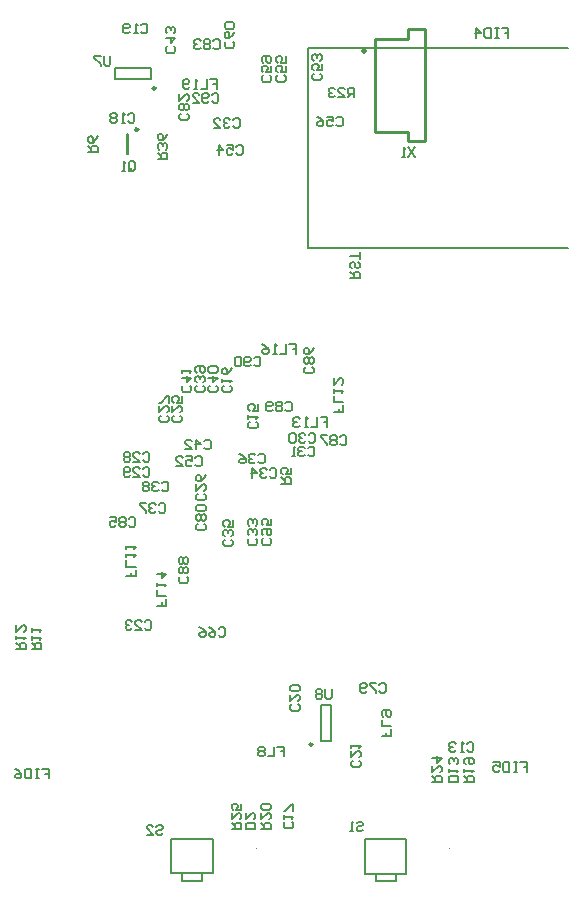
<source format=gbo>
G04 Layer_Color=32896*
%FSLAX24Y24*%
%MOIN*%
G70*
G01*
G75*
%ADD45C,0.0100*%
%ADD48C,0.0080*%
%ADD51C,0.0060*%
%ADD55C,0.0070*%
%ADD100C,0.0098*%
%ADD103C,0.0039*%
%ADD104C,0.0079*%
D45*
X12856Y27465D02*
G03*
X12856Y27465I-57J0D01*
G01*
X13172Y24768D02*
Y27878D01*
X14275D01*
Y28193D01*
X14826D01*
Y24453D02*
Y28193D01*
X14275Y24453D02*
X14826D01*
X14275Y24453D02*
Y24768D01*
X13172D02*
X14275D01*
D48*
X12832Y1189D02*
X14210D01*
X12832Y47D02*
Y1189D01*
Y47D02*
X13186D01*
Y-209D02*
Y47D01*
Y-209D02*
X13856D01*
Y47D01*
X14210D01*
Y1189D01*
X13186Y47D02*
X13856D01*
X6726Y57D02*
X7396D01*
X7750D02*
Y1199D01*
X7396Y57D02*
X7750D01*
X7396Y-199D02*
Y57D01*
X6726Y-199D02*
X7396D01*
X6726D02*
Y57D01*
X6372D02*
X6726D01*
X6372D02*
Y1199D01*
X7750D01*
X10921Y27570D02*
X19611D01*
X10921Y20910D02*
Y27570D01*
Y20910D02*
X19611D01*
D51*
X12340Y19900D02*
X12660D01*
Y20060D01*
X12607Y20113D01*
X12500D01*
X12447Y20060D01*
Y19900D01*
Y20007D02*
X12340Y20113D01*
X12607Y20433D02*
X12660Y20380D01*
Y20273D01*
X12607Y20220D01*
X12553D01*
X12500Y20273D01*
Y20380D01*
X12447Y20433D01*
X12393D01*
X12340Y20380D01*
Y20273D01*
X12393Y20220D01*
X12660Y20540D02*
Y20753D01*
Y20646D01*
X12340D01*
D55*
X10387Y1773D02*
X10440Y1720D01*
Y1613D01*
X10387Y1560D01*
X10173D01*
X10120Y1613D01*
Y1720D01*
X10173Y1773D01*
X10120Y1880D02*
Y1987D01*
Y1933D01*
X10440D01*
X10387Y1880D01*
X10440Y2146D02*
Y2360D01*
X10387D01*
X10173Y2146D01*
X10120D01*
X16227Y4367D02*
X16280Y4420D01*
X16387D01*
X16440Y4367D01*
Y4153D01*
X16387Y4100D01*
X16280D01*
X16227Y4153D01*
X16120Y4100D02*
X16013D01*
X16067D01*
Y4420D01*
X16120Y4367D01*
X15854D02*
X15800Y4420D01*
X15694D01*
X15640Y4367D01*
Y4313D01*
X15694Y4260D01*
X15747D01*
X15694D01*
X15640Y4207D01*
Y4153D01*
X15694Y4100D01*
X15800D01*
X15854Y4153D01*
X9657Y11223D02*
X9710Y11170D01*
Y11063D01*
X9657Y11010D01*
X9443D01*
X9390Y11063D01*
Y11170D01*
X9443Y11223D01*
Y11330D02*
X9390Y11383D01*
Y11490D01*
X9443Y11543D01*
X9657D01*
X9710Y11490D01*
Y11383D01*
X9657Y11330D01*
X9603D01*
X9550Y11383D01*
Y11543D01*
X9710Y11863D02*
Y11650D01*
X9550D01*
X9603Y11756D01*
Y11810D01*
X9550Y11863D01*
X9443D01*
X9390Y11810D01*
Y11703D01*
X9443Y11650D01*
X14490Y24250D02*
X14277Y23930D01*
Y24250D02*
X14490Y23930D01*
X14170D02*
X14063D01*
X14117D01*
Y24250D01*
X14170Y24197D01*
X2067Y3540D02*
X2280D01*
Y3380D01*
X2173D01*
X2280D01*
Y3220D01*
X1960Y3540D02*
X1853D01*
X1907D01*
Y3220D01*
X1960D01*
X1853D01*
X1694Y3540D02*
Y3220D01*
X1534D01*
X1480Y3273D01*
Y3487D01*
X1534Y3540D01*
X1694D01*
X1160D02*
X1267Y3487D01*
X1374Y3380D01*
Y3273D01*
X1320Y3220D01*
X1214D01*
X1160Y3273D01*
Y3327D01*
X1214Y3380D01*
X1374D01*
X18007Y3760D02*
X18220D01*
Y3600D01*
X18113D01*
X18220D01*
Y3440D01*
X17900Y3760D02*
X17793D01*
X17847D01*
Y3440D01*
X17900D01*
X17793D01*
X17634Y3760D02*
Y3440D01*
X17474D01*
X17420Y3493D01*
Y3707D01*
X17474Y3760D01*
X17634D01*
X17100D02*
X17314D01*
Y3600D01*
X17207Y3653D01*
X17154D01*
X17100Y3600D01*
Y3493D01*
X17154Y3440D01*
X17260D01*
X17314Y3493D01*
X17387Y28220D02*
X17600D01*
Y28060D01*
X17493D01*
X17600D01*
Y27900D01*
X17280Y28220D02*
X17173D01*
X17227D01*
Y27900D01*
X17280D01*
X17173D01*
X17014Y28220D02*
Y27900D01*
X16854D01*
X16800Y27953D01*
Y28167D01*
X16854Y28220D01*
X17014D01*
X16534Y27900D02*
Y28220D01*
X16694Y28060D01*
X16480D01*
X7947Y8207D02*
X8000Y8260D01*
X8107D01*
X8160Y8207D01*
Y7993D01*
X8107Y7940D01*
X8000D01*
X7947Y7993D01*
X7627Y8260D02*
X7733Y8207D01*
X7840Y8100D01*
Y7993D01*
X7787Y7940D01*
X7680D01*
X7627Y7993D01*
Y8047D01*
X7680Y8100D01*
X7840D01*
X7307Y8260D02*
X7414Y8207D01*
X7520Y8100D01*
Y7993D01*
X7467Y7940D01*
X7360D01*
X7307Y7993D01*
Y8047D01*
X7360Y8100D01*
X7520D01*
X1717Y7527D02*
X2036D01*
Y7687D01*
X1983Y7740D01*
X1877D01*
X1823Y7687D01*
Y7527D01*
Y7634D02*
X1717Y7740D01*
Y7847D02*
Y7954D01*
Y7900D01*
X2036D01*
X1983Y7847D01*
X1717Y8114D02*
Y8220D01*
Y8167D01*
X2036D01*
X1983Y8114D01*
X1210Y7530D02*
X1530D01*
Y7690D01*
X1477Y7743D01*
X1370D01*
X1317Y7690D01*
Y7530D01*
Y7637D02*
X1210Y7743D01*
Y7850D02*
Y7957D01*
Y7903D01*
X1530D01*
X1477Y7850D01*
X1210Y8330D02*
Y8116D01*
X1423Y8330D01*
X1477D01*
X1530Y8276D01*
Y8170D01*
X1477Y8116D01*
X3600Y24090D02*
X3920D01*
Y24250D01*
X3867Y24303D01*
X3760D01*
X3707Y24250D01*
Y24090D01*
Y24197D02*
X3600Y24303D01*
X3920Y24623D02*
X3867Y24517D01*
X3760Y24410D01*
X3653D01*
X3600Y24463D01*
Y24570D01*
X3653Y24623D01*
X3707D01*
X3760Y24570D01*
Y24410D01*
X4340Y27300D02*
Y27033D01*
X4287Y26980D01*
X4180D01*
X4127Y27033D01*
Y27300D01*
X4020D02*
X3807D01*
Y27247D01*
X4020Y27033D01*
Y26980D01*
X11720Y6200D02*
Y5933D01*
X11667Y5880D01*
X11560D01*
X11507Y5933D01*
Y6200D01*
X11400Y6147D02*
X11347Y6200D01*
X11240D01*
X11187Y6147D01*
Y6093D01*
X11240Y6040D01*
X11187Y5987D01*
Y5933D01*
X11240Y5880D01*
X11347D01*
X11400Y5933D01*
Y5987D01*
X11347Y6040D01*
X11400Y6093D01*
Y6147D01*
X11347Y6040D02*
X11240D01*
X4927Y25347D02*
X4980Y25400D01*
X5087D01*
X5140Y25347D01*
Y25133D01*
X5087Y25080D01*
X4980D01*
X4927Y25133D01*
X4820Y25080D02*
X4713D01*
X4767D01*
Y25400D01*
X4820Y25347D01*
X4554D02*
X4500Y25400D01*
X4394D01*
X4340Y25347D01*
Y25293D01*
X4394Y25240D01*
X4340Y25187D01*
Y25133D01*
X4394Y25080D01*
X4500D01*
X4554Y25133D01*
Y25187D01*
X4500Y25240D01*
X4554Y25293D01*
Y25347D01*
X4500Y25240D02*
X4394D01*
X5357Y28327D02*
X5410Y28380D01*
X5517D01*
X5570Y28327D01*
Y28113D01*
X5517Y28060D01*
X5410D01*
X5357Y28113D01*
X5250Y28060D02*
X5143D01*
X5197D01*
Y28380D01*
X5250Y28327D01*
X4984Y28113D02*
X4930Y28060D01*
X4824D01*
X4770Y28113D01*
Y28327D01*
X4824Y28380D01*
X4930D01*
X4984Y28327D01*
Y28273D01*
X4930Y28220D01*
X4770D01*
X10607Y5693D02*
X10660Y5640D01*
Y5533D01*
X10607Y5480D01*
X10393D01*
X10340Y5533D01*
Y5640D01*
X10393Y5693D01*
X10340Y6013D02*
Y5800D01*
X10553Y6013D01*
X10607D01*
X10660Y5960D01*
Y5853D01*
X10607Y5800D01*
Y6120D02*
X10660Y6173D01*
Y6280D01*
X10607Y6333D01*
X10393D01*
X10340Y6280D01*
Y6173D01*
X10393Y6120D01*
X10607D01*
X12627Y3813D02*
X12680Y3760D01*
Y3653D01*
X12627Y3600D01*
X12413D01*
X12360Y3653D01*
Y3760D01*
X12413Y3813D01*
X12360Y4133D02*
Y3920D01*
X12573Y4133D01*
X12627D01*
X12680Y4080D01*
Y3973D01*
X12627Y3920D01*
X12360Y4240D02*
Y4346D01*
Y4293D01*
X12680D01*
X12627Y4240D01*
X10040Y13040D02*
X10360D01*
Y13200D01*
X10307Y13253D01*
X10200D01*
X10147Y13200D01*
Y13040D01*
Y13147D02*
X10040Y13253D01*
X10360Y13573D02*
Y13360D01*
X10200D01*
X10253Y13467D01*
Y13520D01*
X10200Y13573D01*
X10093D01*
X10040Y13520D01*
Y13413D01*
X10093Y13360D01*
X5487Y8437D02*
X5540Y8490D01*
X5647D01*
X5700Y8437D01*
Y8223D01*
X5647Y8170D01*
X5540D01*
X5487Y8223D01*
X5167Y8170D02*
X5380D01*
X5167Y8383D01*
Y8437D01*
X5220Y8490D01*
X5327D01*
X5380Y8437D01*
X5060D02*
X5007Y8490D01*
X4900D01*
X4847Y8437D01*
Y8383D01*
X4900Y8330D01*
X4954D01*
X4900D01*
X4847Y8277D01*
Y8223D01*
X4900Y8170D01*
X5007D01*
X5060Y8223D01*
X9207Y15103D02*
X9260Y15050D01*
Y14943D01*
X9207Y14890D01*
X8993D01*
X8940Y14943D01*
Y15050D01*
X8993Y15103D01*
X8940Y15210D02*
Y15317D01*
Y15263D01*
X9260D01*
X9207Y15210D01*
X9260Y15690D02*
Y15476D01*
X9100D01*
X9153Y15583D01*
Y15636D01*
X9100Y15690D01*
X8993D01*
X8940Y15636D01*
Y15530D01*
X8993Y15476D01*
X8327Y16313D02*
X8380Y16260D01*
Y16153D01*
X8327Y16100D01*
X8113D01*
X8060Y16153D01*
Y16260D01*
X8113Y16313D01*
X8060Y16420D02*
Y16527D01*
Y16473D01*
X8380D01*
X8327Y16420D01*
X8380Y16900D02*
X8327Y16793D01*
X8220Y16686D01*
X8113D01*
X8060Y16740D01*
Y16846D01*
X8113Y16900D01*
X8167D01*
X8220Y16846D01*
Y16686D01*
X6677Y15313D02*
X6730Y15260D01*
Y15153D01*
X6677Y15100D01*
X6463D01*
X6410Y15153D01*
Y15260D01*
X6463Y15313D01*
X6410Y15633D02*
Y15420D01*
X6623Y15633D01*
X6677D01*
X6730Y15580D01*
Y15473D01*
X6677Y15420D01*
X6730Y15953D02*
Y15740D01*
X6570D01*
X6623Y15846D01*
Y15900D01*
X6570Y15953D01*
X6463D01*
X6410Y15900D01*
Y15793D01*
X6463Y15740D01*
X7467Y12703D02*
X7520Y12650D01*
Y12543D01*
X7467Y12490D01*
X7253D01*
X7200Y12543D01*
Y12650D01*
X7253Y12703D01*
X7200Y13023D02*
Y12810D01*
X7413Y13023D01*
X7467D01*
X7520Y12970D01*
Y12863D01*
X7467Y12810D01*
X7520Y13343D02*
X7467Y13236D01*
X7360Y13130D01*
X7253D01*
X7200Y13183D01*
Y13290D01*
X7253Y13343D01*
X7307D01*
X7360Y13290D01*
Y13130D01*
X6227Y15313D02*
X6280Y15260D01*
Y15153D01*
X6227Y15100D01*
X6013D01*
X5960Y15153D01*
Y15260D01*
X6013Y15313D01*
X5960Y15633D02*
Y15420D01*
X6173Y15633D01*
X6227D01*
X6280Y15580D01*
Y15473D01*
X6227Y15420D01*
X6280Y15740D02*
Y15953D01*
X6227D01*
X6013Y15740D01*
X5960D01*
X5427Y14037D02*
X5480Y14090D01*
X5587D01*
X5640Y14037D01*
Y13823D01*
X5587Y13770D01*
X5480D01*
X5427Y13823D01*
X5107Y13770D02*
X5320D01*
X5107Y13983D01*
Y14037D01*
X5160Y14090D01*
X5267D01*
X5320Y14037D01*
X5000D02*
X4947Y14090D01*
X4840D01*
X4787Y14037D01*
Y13983D01*
X4840Y13930D01*
X4787Y13877D01*
Y13823D01*
X4840Y13770D01*
X4947D01*
X5000Y13823D01*
Y13877D01*
X4947Y13930D01*
X5000Y13983D01*
Y14037D01*
X4947Y13930D02*
X4840D01*
X5427Y13537D02*
X5480Y13590D01*
X5587D01*
X5640Y13537D01*
Y13323D01*
X5587Y13270D01*
X5480D01*
X5427Y13323D01*
X5107Y13270D02*
X5320D01*
X5107Y13483D01*
Y13537D01*
X5160Y13590D01*
X5267D01*
X5320Y13537D01*
X5000Y13323D02*
X4947Y13270D01*
X4840D01*
X4787Y13323D01*
Y13537D01*
X4840Y13590D01*
X4947D01*
X5000Y13537D01*
Y13483D01*
X4947Y13430D01*
X4787D01*
X10947Y14677D02*
X11000Y14730D01*
X11107D01*
X11160Y14677D01*
Y14463D01*
X11107Y14410D01*
X11000D01*
X10947Y14463D01*
X10840Y14677D02*
X10787Y14730D01*
X10680D01*
X10627Y14677D01*
Y14623D01*
X10680Y14570D01*
X10733D01*
X10680D01*
X10627Y14517D01*
Y14463D01*
X10680Y14410D01*
X10787D01*
X10840Y14463D01*
X10520Y14677D02*
X10467Y14730D01*
X10360D01*
X10307Y14677D01*
Y14463D01*
X10360Y14410D01*
X10467D01*
X10520Y14463D01*
Y14677D01*
X10927Y14227D02*
X10980Y14280D01*
X11087D01*
X11140Y14227D01*
Y14013D01*
X11087Y13960D01*
X10980D01*
X10927Y14013D01*
X10820Y14227D02*
X10767Y14280D01*
X10660D01*
X10607Y14227D01*
Y14173D01*
X10660Y14120D01*
X10713D01*
X10660D01*
X10607Y14067D01*
Y14013D01*
X10660Y13960D01*
X10767D01*
X10820Y14013D01*
X10500Y13960D02*
X10394D01*
X10447D01*
Y14280D01*
X10500Y14227D01*
X9187Y11213D02*
X9240Y11160D01*
Y11053D01*
X9187Y11000D01*
X8973D01*
X8920Y11053D01*
Y11160D01*
X8973Y11213D01*
X9187Y11320D02*
X9240Y11373D01*
Y11480D01*
X9187Y11533D01*
X9133D01*
X9080Y11480D01*
Y11427D01*
Y11480D01*
X9027Y11533D01*
X8973D01*
X8920Y11480D01*
Y11373D01*
X8973Y11320D01*
X9187Y11640D02*
X9240Y11693D01*
Y11800D01*
X9187Y11853D01*
X9133D01*
X9080Y11800D01*
Y11746D01*
Y11800D01*
X9027Y11853D01*
X8973D01*
X8920Y11800D01*
Y11693D01*
X8973Y11640D01*
X9657Y13507D02*
X9710Y13560D01*
X9817D01*
X9870Y13507D01*
Y13293D01*
X9817Y13240D01*
X9710D01*
X9657Y13293D01*
X9550Y13507D02*
X9497Y13560D01*
X9390D01*
X9337Y13507D01*
Y13453D01*
X9390Y13400D01*
X9443D01*
X9390D01*
X9337Y13347D01*
Y13293D01*
X9390Y13240D01*
X9497D01*
X9550Y13293D01*
X9070Y13240D02*
Y13560D01*
X9230Y13400D01*
X9017D01*
X8367Y11183D02*
X8420Y11130D01*
Y11023D01*
X8367Y10970D01*
X8153D01*
X8100Y11023D01*
Y11130D01*
X8153Y11183D01*
X8367Y11290D02*
X8420Y11343D01*
Y11450D01*
X8367Y11503D01*
X8313D01*
X8260Y11450D01*
Y11397D01*
Y11450D01*
X8207Y11503D01*
X8153D01*
X8100Y11450D01*
Y11343D01*
X8153Y11290D01*
X8420Y11823D02*
Y11610D01*
X8260D01*
X8313Y11716D01*
Y11770D01*
X8260Y11823D01*
X8153D01*
X8100Y11770D01*
Y11663D01*
X8153Y11610D01*
X9277Y13987D02*
X9330Y14040D01*
X9437D01*
X9490Y13987D01*
Y13773D01*
X9437Y13720D01*
X9330D01*
X9277Y13773D01*
X9170Y13987D02*
X9117Y14040D01*
X9010D01*
X8957Y13987D01*
Y13933D01*
X9010Y13880D01*
X9063D01*
X9010D01*
X8957Y13827D01*
Y13773D01*
X9010Y13720D01*
X9117D01*
X9170Y13773D01*
X8637Y14040D02*
X8744Y13987D01*
X8850Y13880D01*
Y13773D01*
X8797Y13720D01*
X8690D01*
X8637Y13773D01*
Y13827D01*
X8690Y13880D01*
X8850D01*
X5957Y12337D02*
X6010Y12390D01*
X6117D01*
X6170Y12337D01*
Y12123D01*
X6117Y12070D01*
X6010D01*
X5957Y12123D01*
X5850Y12337D02*
X5797Y12390D01*
X5690D01*
X5637Y12337D01*
Y12283D01*
X5690Y12230D01*
X5743D01*
X5690D01*
X5637Y12177D01*
Y12123D01*
X5690Y12070D01*
X5797D01*
X5850Y12123D01*
X5530Y12390D02*
X5317D01*
Y12337D01*
X5530Y12123D01*
Y12070D01*
X6057Y13057D02*
X6110Y13110D01*
X6217D01*
X6270Y13057D01*
Y12843D01*
X6217Y12790D01*
X6110D01*
X6057Y12843D01*
X5950Y13057D02*
X5897Y13110D01*
X5790D01*
X5737Y13057D01*
Y13003D01*
X5790Y12950D01*
X5843D01*
X5790D01*
X5737Y12897D01*
Y12843D01*
X5790Y12790D01*
X5897D01*
X5950Y12843D01*
X5630Y13057D02*
X5577Y13110D01*
X5470D01*
X5417Y13057D01*
Y13003D01*
X5470Y12950D01*
X5417Y12897D01*
Y12843D01*
X5470Y12790D01*
X5577D01*
X5630Y12843D01*
Y12897D01*
X5577Y12950D01*
X5630Y13003D01*
Y13057D01*
X5577Y12950D02*
X5470D01*
X7437Y16313D02*
X7490Y16260D01*
Y16153D01*
X7437Y16100D01*
X7223D01*
X7170Y16153D01*
Y16260D01*
X7223Y16313D01*
X7437Y16420D02*
X7490Y16473D01*
Y16580D01*
X7437Y16633D01*
X7383D01*
X7330Y16580D01*
Y16527D01*
Y16580D01*
X7277Y16633D01*
X7223D01*
X7170Y16580D01*
Y16473D01*
X7223Y16420D01*
Y16740D02*
X7170Y16793D01*
Y16900D01*
X7223Y16953D01*
X7437D01*
X7490Y16900D01*
Y16793D01*
X7437Y16740D01*
X7383D01*
X7330Y16793D01*
Y16953D01*
X7867Y16313D02*
X7920Y16260D01*
Y16153D01*
X7867Y16100D01*
X7653D01*
X7600Y16153D01*
Y16260D01*
X7653Y16313D01*
X7600Y16580D02*
X7920D01*
X7760Y16420D01*
Y16633D01*
X7867Y16740D02*
X7920Y16793D01*
Y16900D01*
X7867Y16953D01*
X7653D01*
X7600Y16900D01*
Y16793D01*
X7653Y16740D01*
X7867D01*
X6987Y16313D02*
X7040Y16260D01*
Y16153D01*
X6987Y16100D01*
X6773D01*
X6720Y16153D01*
Y16260D01*
X6773Y16313D01*
X6720Y16580D02*
X7040D01*
X6880Y16420D01*
Y16633D01*
X6720Y16740D02*
Y16846D01*
Y16793D01*
X7040D01*
X6987Y16740D01*
X7477Y14457D02*
X7530Y14510D01*
X7637D01*
X7690Y14457D01*
Y14243D01*
X7637Y14190D01*
X7530D01*
X7477Y14243D01*
X7210Y14190D02*
Y14510D01*
X7370Y14350D01*
X7157D01*
X6837Y14190D02*
X7050D01*
X6837Y14403D01*
Y14457D01*
X6890Y14510D01*
X6997D01*
X7050Y14457D01*
X7177Y13897D02*
X7230Y13950D01*
X7337D01*
X7390Y13897D01*
Y13683D01*
X7337Y13630D01*
X7230D01*
X7177Y13683D01*
X6857Y13950D02*
X7070D01*
Y13790D01*
X6963Y13843D01*
X6910D01*
X6857Y13790D01*
Y13683D01*
X6910Y13630D01*
X7017D01*
X7070Y13683D01*
X6537Y13630D02*
X6750D01*
X6537Y13843D01*
Y13897D01*
X6590Y13950D01*
X6697D01*
X6750Y13897D01*
X8437Y25167D02*
X8490Y25220D01*
X8597D01*
X8650Y25167D01*
Y24953D01*
X8597Y24900D01*
X8490D01*
X8437Y24953D01*
X8330Y25167D02*
X8277Y25220D01*
X8170D01*
X8117Y25167D01*
Y25113D01*
X8170Y25060D01*
X8223D01*
X8170D01*
X8117Y25007D01*
Y24953D01*
X8170Y24900D01*
X8277D01*
X8330Y24953D01*
X7797Y24900D02*
X8010D01*
X7797Y25113D01*
Y25167D01*
X7850Y25220D01*
X7957D01*
X8010Y25167D01*
X6457Y27623D02*
X6510Y27570D01*
Y27463D01*
X6457Y27410D01*
X6243D01*
X6190Y27463D01*
Y27570D01*
X6243Y27623D01*
X6190Y27890D02*
X6510D01*
X6350Y27730D01*
Y27943D01*
X6457Y28050D02*
X6510Y28103D01*
Y28210D01*
X6457Y28263D01*
X6403D01*
X6350Y28210D01*
Y28156D01*
Y28210D01*
X6297Y28263D01*
X6243D01*
X6190Y28210D01*
Y28103D01*
X6243Y28050D01*
X11337Y26713D02*
X11390Y26660D01*
Y26553D01*
X11337Y26500D01*
X11123D01*
X11070Y26553D01*
Y26660D01*
X11123Y26713D01*
X11390Y27033D02*
Y26820D01*
X11230D01*
X11283Y26927D01*
Y26980D01*
X11230Y27033D01*
X11123D01*
X11070Y26980D01*
Y26873D01*
X11123Y26820D01*
X11337Y27140D02*
X11390Y27193D01*
Y27300D01*
X11337Y27353D01*
X11283D01*
X11230Y27300D01*
Y27246D01*
Y27300D01*
X11177Y27353D01*
X11123D01*
X11070Y27300D01*
Y27193D01*
X11123Y27140D01*
X8537Y24277D02*
X8590Y24330D01*
X8697D01*
X8750Y24277D01*
Y24063D01*
X8697Y24010D01*
X8590D01*
X8537Y24063D01*
X8217Y24330D02*
X8430D01*
Y24170D01*
X8323Y24223D01*
X8270D01*
X8217Y24170D01*
Y24063D01*
X8270Y24010D01*
X8377D01*
X8430Y24063D01*
X7950Y24010D02*
Y24330D01*
X8110Y24170D01*
X7897D01*
X10127Y26653D02*
X10180Y26600D01*
Y26493D01*
X10127Y26440D01*
X9913D01*
X9860Y26493D01*
Y26600D01*
X9913Y26653D01*
X10180Y26973D02*
Y26760D01*
X10020D01*
X10073Y26867D01*
Y26920D01*
X10020Y26973D01*
X9913D01*
X9860Y26920D01*
Y26813D01*
X9913Y26760D01*
X10180Y27293D02*
Y27080D01*
X10020D01*
X10073Y27186D01*
Y27240D01*
X10020Y27293D01*
X9913D01*
X9860Y27240D01*
Y27133D01*
X9913Y27080D01*
X11867Y25227D02*
X11920Y25280D01*
X12027D01*
X12080Y25227D01*
Y25013D01*
X12027Y24960D01*
X11920D01*
X11867Y25013D01*
X11547Y25280D02*
X11760D01*
Y25120D01*
X11653Y25173D01*
X11600D01*
X11547Y25120D01*
Y25013D01*
X11600Y24960D01*
X11707D01*
X11760Y25013D01*
X11227Y25280D02*
X11334Y25227D01*
X11440Y25120D01*
Y25013D01*
X11387Y24960D01*
X11280D01*
X11227Y25013D01*
Y25067D01*
X11280Y25120D01*
X11440D01*
X9647Y26653D02*
X9700Y26600D01*
Y26493D01*
X9647Y26440D01*
X9433D01*
X9380Y26493D01*
Y26600D01*
X9433Y26653D01*
X9700Y26973D02*
Y26760D01*
X9540D01*
X9593Y26867D01*
Y26920D01*
X9540Y26973D01*
X9433D01*
X9380Y26920D01*
Y26813D01*
X9433Y26760D01*
Y27080D02*
X9380Y27133D01*
Y27240D01*
X9433Y27293D01*
X9647D01*
X9700Y27240D01*
Y27133D01*
X9647Y27080D01*
X9593D01*
X9540Y27133D01*
Y27293D01*
X8415Y27783D02*
X8469Y27730D01*
Y27623D01*
X8415Y27570D01*
X8202D01*
X8149Y27623D01*
Y27730D01*
X8202Y27783D01*
X8469Y28103D02*
X8415Y27997D01*
X8309Y27890D01*
X8202D01*
X8149Y27943D01*
Y28050D01*
X8202Y28103D01*
X8256D01*
X8309Y28050D01*
Y27890D01*
X8415Y28210D02*
X8469Y28263D01*
Y28370D01*
X8415Y28423D01*
X8202D01*
X8149Y28370D01*
Y28263D01*
X8202Y28210D01*
X8415D01*
X9170Y1530D02*
X8850D01*
Y1690D01*
X8903Y1743D01*
X9117D01*
X9170Y1690D01*
Y1530D01*
X8850Y2063D02*
Y1850D01*
X9063Y2063D01*
X9117D01*
X9170Y2010D01*
Y1903D01*
X9117Y1850D01*
X7667Y26530D02*
X7880D01*
Y26370D01*
X7773D01*
X7880D01*
Y26210D01*
X7560Y26530D02*
Y26210D01*
X7347D01*
X7240D02*
X7134D01*
X7187D01*
Y26530D01*
X7240Y26477D01*
X6974Y26263D02*
X6920Y26210D01*
X6814D01*
X6760Y26263D01*
Y26477D01*
X6814Y26530D01*
X6920D01*
X6974Y26477D01*
Y26423D01*
X6920Y26370D01*
X6760D01*
X16130Y3100D02*
X16450D01*
Y3260D01*
X16397Y3313D01*
X16290D01*
X16237Y3260D01*
Y3100D01*
Y3207D02*
X16130Y3313D01*
Y3420D02*
Y3527D01*
Y3473D01*
X16450D01*
X16397Y3420D01*
X16183Y3686D02*
X16130Y3740D01*
Y3846D01*
X16183Y3900D01*
X16397D01*
X16450Y3846D01*
Y3740D01*
X16397Y3686D01*
X16343D01*
X16290Y3740D01*
Y3900D01*
X9370Y1530D02*
X9690D01*
Y1690D01*
X9637Y1743D01*
X9530D01*
X9477Y1690D01*
Y1530D01*
Y1637D02*
X9370Y1743D01*
Y2063D02*
Y1850D01*
X9583Y2063D01*
X9637D01*
X9690Y2010D01*
Y1903D01*
X9637Y1850D01*
Y2170D02*
X9690Y2223D01*
Y2330D01*
X9637Y2383D01*
X9423D01*
X9370Y2330D01*
Y2223D01*
X9423Y2170D01*
X9637D01*
X12547Y1726D02*
X12600Y1779D01*
X12707D01*
X12760Y1726D01*
Y1673D01*
X12707Y1619D01*
X12600D01*
X12547Y1566D01*
Y1513D01*
X12600Y1459D01*
X12707D01*
X12760Y1513D01*
X12440Y1459D02*
X12333D01*
X12387D01*
Y1779D01*
X12440Y1726D01*
X5867Y1606D02*
X5920Y1659D01*
X6027D01*
X6080Y1606D01*
Y1553D01*
X6027Y1499D01*
X5920D01*
X5867Y1446D01*
Y1393D01*
X5920Y1339D01*
X6027D01*
X6080Y1393D01*
X5547Y1339D02*
X5760D01*
X5547Y1553D01*
Y1606D01*
X5600Y1659D01*
X5707D01*
X5760Y1606D01*
X12470Y25920D02*
Y26240D01*
X12310D01*
X12257Y26187D01*
Y26080D01*
X12310Y26027D01*
X12470D01*
X12363D02*
X12257Y25920D01*
X11937D02*
X12150D01*
X11937Y26133D01*
Y26187D01*
X11990Y26240D01*
X12097D01*
X12150Y26187D01*
X11830D02*
X11777Y26240D01*
X11670D01*
X11617Y26187D01*
Y26133D01*
X11670Y26080D01*
X11724D01*
X11670D01*
X11617Y26027D01*
Y25973D01*
X11670Y25920D01*
X11777D01*
X11830Y25973D01*
X15940Y3100D02*
X15620D01*
Y3260D01*
X15673Y3313D01*
X15887D01*
X15940Y3260D01*
Y3100D01*
X15620Y3420D02*
Y3527D01*
Y3473D01*
X15940D01*
X15887Y3420D01*
Y3686D02*
X15940Y3740D01*
Y3846D01*
X15887Y3900D01*
X15833D01*
X15780Y3846D01*
Y3793D01*
Y3846D01*
X15727Y3900D01*
X15673D01*
X15620Y3846D01*
Y3740D01*
X15673Y3686D01*
X15070Y3100D02*
X15390D01*
Y3260D01*
X15337Y3313D01*
X15230D01*
X15177Y3260D01*
Y3100D01*
Y3207D02*
X15070Y3313D01*
Y3633D02*
Y3420D01*
X15283Y3633D01*
X15337D01*
X15390Y3580D01*
Y3473D01*
X15337Y3420D01*
X15070Y3900D02*
X15390D01*
X15230Y3740D01*
Y3953D01*
X8380Y1530D02*
X8700D01*
Y1690D01*
X8647Y1743D01*
X8540D01*
X8487Y1690D01*
Y1530D01*
Y1637D02*
X8380Y1743D01*
Y2063D02*
Y1850D01*
X8593Y2063D01*
X8647D01*
X8700Y2010D01*
Y1903D01*
X8647Y1850D01*
X8700Y2383D02*
Y2170D01*
X8540D01*
X8593Y2276D01*
Y2330D01*
X8540Y2383D01*
X8433D01*
X8380Y2330D01*
Y2223D01*
X8433Y2170D01*
X13307Y6347D02*
X13360Y6400D01*
X13467D01*
X13520Y6347D01*
Y6133D01*
X13467Y6080D01*
X13360D01*
X13307Y6133D01*
X13200Y6400D02*
X12987D01*
Y6347D01*
X13200Y6133D01*
Y6080D01*
X12880Y6133D02*
X12827Y6080D01*
X12720D01*
X12667Y6133D01*
Y6347D01*
X12720Y6400D01*
X12827D01*
X12880Y6347D01*
Y6293D01*
X12827Y6240D01*
X12667D01*
X7467Y11703D02*
X7520Y11650D01*
Y11543D01*
X7467Y11490D01*
X7253D01*
X7200Y11543D01*
Y11650D01*
X7253Y11703D01*
X7467Y11810D02*
X7520Y11863D01*
Y11970D01*
X7467Y12023D01*
X7413D01*
X7360Y11970D01*
X7307Y12023D01*
X7253D01*
X7200Y11970D01*
Y11863D01*
X7253Y11810D01*
X7307D01*
X7360Y11863D01*
X7413Y11810D01*
X7467D01*
X7360Y11863D02*
Y11970D01*
X7467Y12130D02*
X7520Y12183D01*
Y12290D01*
X7467Y12343D01*
X7253D01*
X7200Y12290D01*
Y12183D01*
X7253Y12130D01*
X7467D01*
X6907Y25383D02*
X6960Y25330D01*
Y25223D01*
X6907Y25170D01*
X6693D01*
X6640Y25223D01*
Y25330D01*
X6693Y25383D01*
X6907Y25490D02*
X6960Y25543D01*
Y25650D01*
X6907Y25703D01*
X6853D01*
X6800Y25650D01*
X6747Y25703D01*
X6693D01*
X6640Y25650D01*
Y25543D01*
X6693Y25490D01*
X6747D01*
X6800Y25543D01*
X6853Y25490D01*
X6907D01*
X6800Y25543D02*
Y25650D01*
X6640Y26023D02*
Y25810D01*
X6853Y26023D01*
X6907D01*
X6960Y25970D01*
Y25863D01*
X6907Y25810D01*
X7777Y27797D02*
X7830Y27850D01*
X7937D01*
X7990Y27797D01*
Y27583D01*
X7937Y27530D01*
X7830D01*
X7777Y27583D01*
X7670Y27797D02*
X7617Y27850D01*
X7510D01*
X7457Y27797D01*
Y27743D01*
X7510Y27690D01*
X7457Y27637D01*
Y27583D01*
X7510Y27530D01*
X7617D01*
X7670Y27583D01*
Y27637D01*
X7617Y27690D01*
X7670Y27743D01*
Y27797D01*
X7617Y27690D02*
X7510D01*
X7350Y27797D02*
X7297Y27850D01*
X7190D01*
X7137Y27797D01*
Y27743D01*
X7190Y27690D01*
X7244D01*
X7190D01*
X7137Y27637D01*
Y27583D01*
X7190Y27530D01*
X7297D01*
X7350Y27583D01*
X4957Y11867D02*
X5010Y11920D01*
X5117D01*
X5170Y11867D01*
Y11653D01*
X5117Y11600D01*
X5010D01*
X4957Y11653D01*
X4850Y11867D02*
X4797Y11920D01*
X4690D01*
X4637Y11867D01*
Y11813D01*
X4690Y11760D01*
X4637Y11707D01*
Y11653D01*
X4690Y11600D01*
X4797D01*
X4850Y11653D01*
Y11707D01*
X4797Y11760D01*
X4850Y11813D01*
Y11867D01*
X4797Y11760D02*
X4690D01*
X4317Y11920D02*
X4530D01*
Y11760D01*
X4424Y11813D01*
X4370D01*
X4317Y11760D01*
Y11653D01*
X4370Y11600D01*
X4477D01*
X4530Y11653D01*
X11067Y16933D02*
X11120Y16880D01*
Y16773D01*
X11067Y16720D01*
X10853D01*
X10800Y16773D01*
Y16880D01*
X10853Y16933D01*
X11067Y17040D02*
X11120Y17093D01*
Y17200D01*
X11067Y17253D01*
X11013D01*
X10960Y17200D01*
X10907Y17253D01*
X10853D01*
X10800Y17200D01*
Y17093D01*
X10853Y17040D01*
X10907D01*
X10960Y17093D01*
X11013Y17040D01*
X11067D01*
X10960Y17093D02*
Y17200D01*
X11120Y17573D02*
X11067Y17466D01*
X10960Y17360D01*
X10853D01*
X10800Y17413D01*
Y17520D01*
X10853Y17573D01*
X10907D01*
X10960Y17520D01*
Y17360D01*
X11997Y14597D02*
X12050Y14650D01*
X12157D01*
X12210Y14597D01*
Y14383D01*
X12157Y14330D01*
X12050D01*
X11997Y14383D01*
X11890Y14597D02*
X11837Y14650D01*
X11730D01*
X11677Y14597D01*
Y14543D01*
X11730Y14490D01*
X11677Y14437D01*
Y14383D01*
X11730Y14330D01*
X11837D01*
X11890Y14383D01*
Y14437D01*
X11837Y14490D01*
X11890Y14543D01*
Y14597D01*
X11837Y14490D02*
X11730D01*
X11570Y14650D02*
X11357D01*
Y14597D01*
X11570Y14383D01*
Y14330D01*
X6880Y9945D02*
X6933Y9891D01*
Y9785D01*
X6880Y9731D01*
X6666D01*
X6613Y9785D01*
Y9891D01*
X6666Y9945D01*
X6880Y10051D02*
X6933Y10104D01*
Y10211D01*
X6880Y10264D01*
X6826D01*
X6773Y10211D01*
X6720Y10264D01*
X6666D01*
X6613Y10211D01*
Y10104D01*
X6666Y10051D01*
X6720D01*
X6773Y10104D01*
X6826Y10051D01*
X6880D01*
X6773Y10104D02*
Y10211D01*
X6880Y10371D02*
X6933Y10424D01*
Y10531D01*
X6880Y10584D01*
X6826D01*
X6773Y10531D01*
X6720Y10584D01*
X6666D01*
X6613Y10531D01*
Y10424D01*
X6666Y10371D01*
X6720D01*
X6773Y10424D01*
X6826Y10371D01*
X6880D01*
X6773Y10424D02*
Y10531D01*
X10177Y15727D02*
X10230Y15780D01*
X10337D01*
X10390Y15727D01*
Y15513D01*
X10337Y15460D01*
X10230D01*
X10177Y15513D01*
X10070Y15727D02*
X10017Y15780D01*
X9910D01*
X9857Y15727D01*
Y15673D01*
X9910Y15620D01*
X9857Y15567D01*
Y15513D01*
X9910Y15460D01*
X10017D01*
X10070Y15513D01*
Y15567D01*
X10017Y15620D01*
X10070Y15673D01*
Y15727D01*
X10017Y15620D02*
X9910D01*
X9750Y15513D02*
X9697Y15460D01*
X9590D01*
X9537Y15513D01*
Y15727D01*
X9590Y15780D01*
X9697D01*
X9750Y15727D01*
Y15673D01*
X9697Y15620D01*
X9537D01*
X9127Y17217D02*
X9180Y17270D01*
X9287D01*
X9340Y17217D01*
Y17003D01*
X9287Y16950D01*
X9180D01*
X9127Y17003D01*
X9020D02*
X8967Y16950D01*
X8860D01*
X8807Y17003D01*
Y17217D01*
X8860Y17270D01*
X8967D01*
X9020Y17217D01*
Y17163D01*
X8967Y17110D01*
X8807D01*
X8700Y17217D02*
X8647Y17270D01*
X8540D01*
X8487Y17217D01*
Y17003D01*
X8540Y16950D01*
X8647D01*
X8700Y17003D01*
Y17217D01*
X9907Y4280D02*
X10120D01*
Y4120D01*
X10013D01*
X10120D01*
Y3960D01*
X9800Y4280D02*
Y3960D01*
X9587D01*
X9480Y4227D02*
X9427Y4280D01*
X9320D01*
X9267Y4227D01*
Y4173D01*
X9320Y4120D01*
X9267Y4067D01*
Y4013D01*
X9320Y3960D01*
X9427D01*
X9480Y4013D01*
Y4067D01*
X9427Y4120D01*
X9480Y4173D01*
Y4227D01*
X9427Y4120D02*
X9320D01*
X13700Y4853D02*
Y4640D01*
X13540D01*
Y4747D01*
Y4640D01*
X13380D01*
X13700Y4960D02*
X13380D01*
Y5173D01*
X13433Y5280D02*
X13380Y5333D01*
Y5440D01*
X13433Y5493D01*
X13647D01*
X13700Y5440D01*
Y5333D01*
X13647Y5280D01*
X13593D01*
X13540Y5333D01*
Y5493D01*
X5180Y10173D02*
Y9960D01*
X5020D01*
Y10067D01*
Y9960D01*
X4860D01*
X5180Y10280D02*
X4860D01*
Y10493D01*
Y10600D02*
Y10706D01*
Y10653D01*
X5180D01*
X5127Y10600D01*
X4860Y10866D02*
Y10973D01*
Y10920D01*
X5180D01*
X5127Y10866D01*
X12110Y15653D02*
Y15440D01*
X11950D01*
Y15547D01*
Y15440D01*
X11790D01*
X12110Y15760D02*
X11790D01*
Y15973D01*
Y16080D02*
Y16186D01*
Y16133D01*
X12110D01*
X12057Y16080D01*
X11790Y16560D02*
Y16346D01*
X12003Y16560D01*
X12057D01*
X12110Y16506D01*
Y16400D01*
X12057Y16346D01*
X11347Y15250D02*
X11560D01*
Y15090D01*
X11453D01*
X11560D01*
Y14930D01*
X11240Y15250D02*
Y14930D01*
X11027D01*
X10920D02*
X10814D01*
X10867D01*
Y15250D01*
X10920Y15197D01*
X10654D02*
X10600Y15250D01*
X10494D01*
X10440Y15197D01*
Y15143D01*
X10494Y15090D01*
X10547D01*
X10494D01*
X10440Y15037D01*
Y14983D01*
X10494Y14930D01*
X10600D01*
X10654Y14983D01*
X6210Y9193D02*
Y8980D01*
X6050D01*
Y9087D01*
Y8980D01*
X5890D01*
X6210Y9300D02*
X5890D01*
Y9513D01*
Y9620D02*
Y9726D01*
Y9673D01*
X6210D01*
X6157Y9620D01*
X5890Y10046D02*
X6210D01*
X6050Y9886D01*
Y10100D01*
X10307Y17700D02*
X10520D01*
Y17540D01*
X10413D01*
X10520D01*
Y17380D01*
X10200Y17700D02*
Y17380D01*
X9987D01*
X9880D02*
X9774D01*
X9827D01*
Y17700D01*
X9880Y17647D01*
X9400Y17700D02*
X9507Y17647D01*
X9614Y17540D01*
Y17433D01*
X9560Y17380D01*
X9454D01*
X9400Y17433D01*
Y17487D01*
X9454Y17540D01*
X9614D01*
X4947Y23523D02*
Y23737D01*
X5000Y23790D01*
X5107D01*
X5160Y23737D01*
Y23523D01*
X5107Y23470D01*
X5000D01*
X5053Y23577D02*
X4947Y23470D01*
X5000D02*
X4947Y23523D01*
X4840Y23470D02*
X4733D01*
X4787D01*
Y23790D01*
X4840Y23737D01*
X5920Y23860D02*
X6240D01*
Y24020D01*
X6187Y24073D01*
X6080D01*
X6027Y24020D01*
Y23860D01*
Y23967D02*
X5920Y24073D01*
X6187Y24180D02*
X6240Y24233D01*
Y24340D01*
X6187Y24393D01*
X6133D01*
X6080Y24340D01*
Y24287D01*
Y24340D01*
X6027Y24393D01*
X5973D01*
X5920Y24340D01*
Y24233D01*
X5973Y24180D01*
X6240Y24713D02*
X6187Y24606D01*
X6080Y24500D01*
X5973D01*
X5920Y24553D01*
Y24660D01*
X5973Y24713D01*
X6027D01*
X6080Y24660D01*
Y24500D01*
X7727Y26007D02*
X7780Y26060D01*
X7887D01*
X7940Y26007D01*
Y25793D01*
X7887Y25740D01*
X7780D01*
X7727Y25793D01*
X7620D02*
X7567Y25740D01*
X7460D01*
X7407Y25793D01*
Y26007D01*
X7460Y26060D01*
X7567D01*
X7620Y26007D01*
Y25953D01*
X7567Y25900D01*
X7407D01*
X7087Y25740D02*
X7300D01*
X7087Y25953D01*
Y26007D01*
X7140Y26060D01*
X7247D01*
X7300Y26007D01*
D100*
X5849Y26221D02*
G03*
X5849Y26221I-49J0D01*
G01*
X11077Y4351D02*
G03*
X11077Y4351I-49J0D01*
G01*
X5265Y24852D02*
G03*
X5265Y24852I-49J0D01*
G01*
D103*
X9207Y883D02*
G03*
X9207Y883I-20J0D01*
G01*
X15654Y879D02*
G03*
X15654Y879I-20J0D01*
G01*
D104*
X4481Y26900D02*
X5701D01*
X4481Y26546D02*
X5701D01*
X4481D02*
Y26900D01*
X5701Y26546D02*
Y26900D01*
X11707Y4450D02*
Y5670D01*
X11353Y4450D02*
Y5670D01*
X11707D01*
X11353Y4450D02*
X11707D01*
X4891Y24035D02*
Y24705D01*
X4931Y24035D02*
Y24705D01*
X4891Y24035D02*
X4931D01*
X4891Y24705D02*
X4931D01*
M02*

</source>
